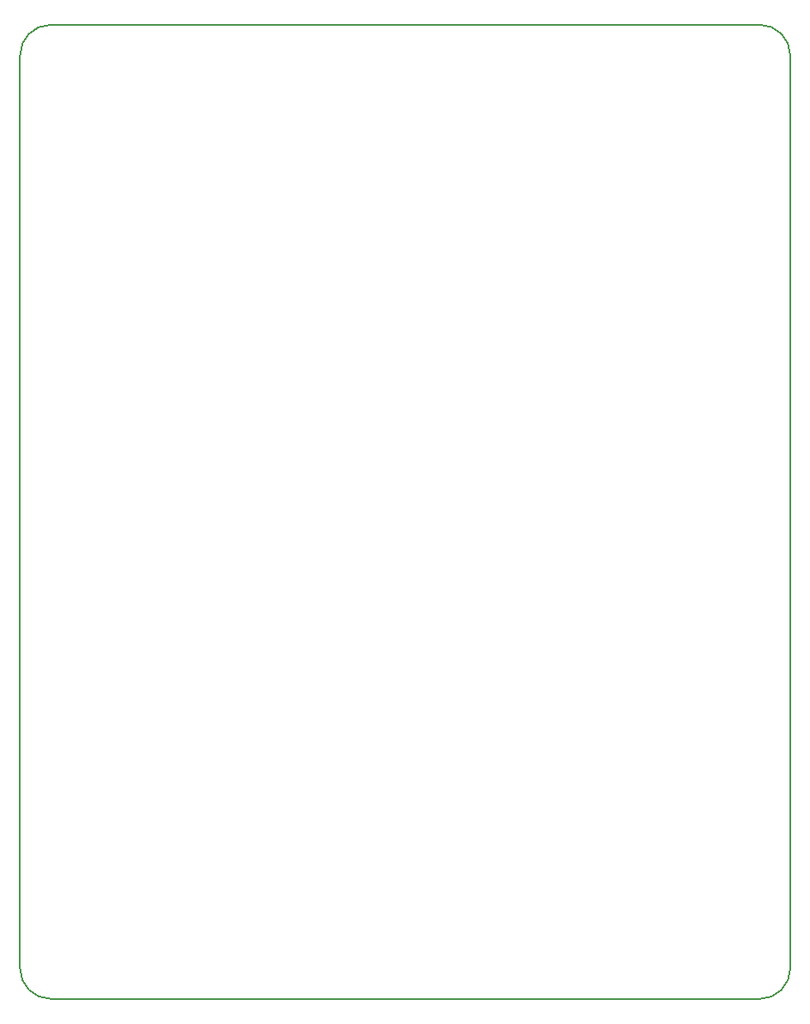
<source format=gbr>
G04 #@! TF.FileFunction,Profile,NP*
%FSLAX46Y46*%
G04 Gerber Fmt 4.6, Leading zero omitted, Abs format (unit mm)*
G04 Created by KiCad (PCBNEW 0.201509101502+6177~30~ubuntu14.04.1-product) date Sat 12 Sep 2015 10:17:38 PM CEST*
%MOMM*%
G01*
G04 APERTURE LIST*
%ADD10C,0.100000*%
%ADD11C,0.150000*%
G04 APERTURE END LIST*
D10*
D11*
X2962961Y-4658D02*
G75*
G03X-31803Y-3004653I5236J-2999995D01*
G01*
X75968197Y-3004653D02*
G75*
G03X72968197Y-4653I-3000000J0D01*
G01*
X72968197Y-96004653D02*
G75*
G03X75968197Y-93004653I0J3000000D01*
G01*
X-31803Y-93004653D02*
G75*
G03X2968197Y-96004653I3000000J0D01*
G01*
X-31803Y-3004653D02*
X-31803Y-93004653D01*
X75968197Y-3004653D02*
X75968197Y-93004653D01*
X2968197Y-4653D02*
X72968197Y-4653D01*
X2968197Y-96004653D02*
X72968197Y-96004653D01*
M02*

</source>
